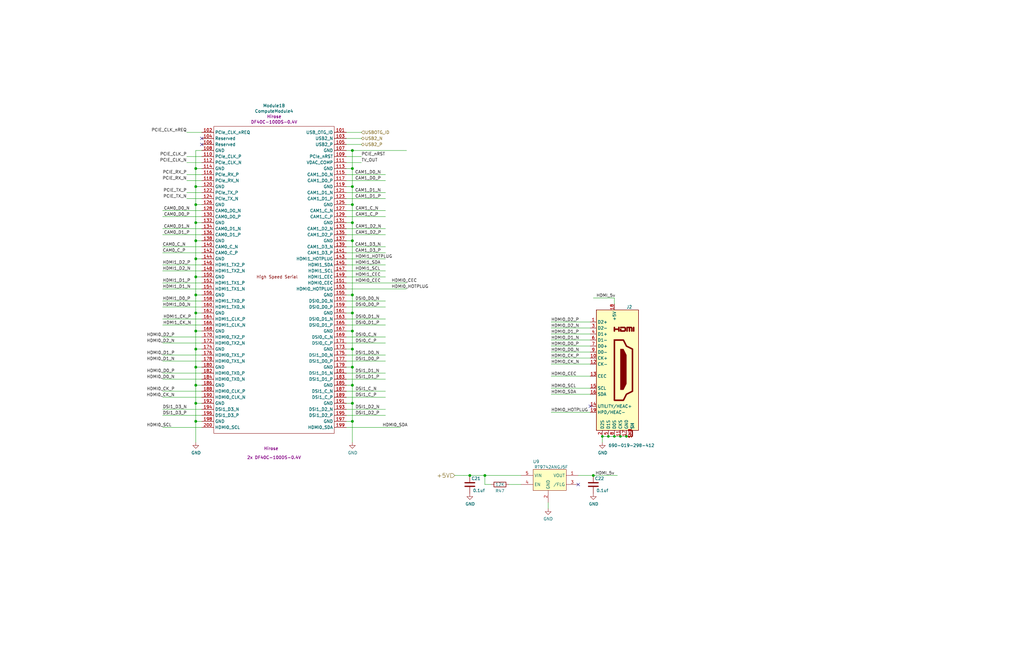
<source format=kicad_sch>
(kicad_sch (version 20211123) (generator eeschema)
  (paper "B")
  (title_block (title "ConnectBox CM4 for China Case") (date "2022-02-17") (rev "1.8.1") (comment 1 "JRA"))
  (lib_symbols
    (symbol "CM4IO:ComputeModule4-CM4"
      (property "Reference" "Module" (at 113.03 -68.58 0))
      (property "Value" "ComputeModule4-CM4" (at 140.97 2.54 0))
      (property "Field4" "Hirose" (at 0 0 0))
      (property "Field5" "2x DF40C-100DS-0.4V" (at 0 -2.54 0))
      (symbol "ComputeModule4-CM4_1_0"
        (text "GPIO" (at 0 6.35 0) (effects (font (size 1.27 1.27))))
      )
      (symbol "ComputeModule4-CM4_1_1"
        (rectangle (start -30.48 -71.12) (end 25.4 58.42))
        (text "600mA Max" (at -8.89 -53.34 0) (effects (font (size 1.27 1.27))))
        (text "600mA Max" (at -8.89 -48.26 0) (effects (font (size 1.27 1.27))))
        (text "NB SD signals are only available" (at -1.27 -27.94 0) (effects (font (size 1.27 1.27))))
        (text "on modules without eMMC" (at -1.27 -30.48 0) (effects (font (size 1.27 1.27))))
        (pin power_in line (at 27.94 55.88 180) (length 2.54) (name "GND") (number "1"))
        (pin passive line (at -33.02 45.72 0) (length 2.54) (name "Ethernet_Pair0_N") (number "10"))
        (pin output line (at -33.02 -68.58 0) (length 2.54) (name "nEXTRST") (number "100"))
        (pin passive line (at 27.94 43.18 180) (length 2.54) (name "Ethernet_Pair2_P") (number "11"))
        (pin passive line (at -33.02 43.18 0) (length 2.54) (name "Ethernet_Pair0_P") (number "12"))
        (pin power_in line (at 27.94 40.64 180) (length 2.54) (name "GND") (number "13"))
        (pin power_in line (at -33.02 40.64 0) (length 2.54) (name "GND") (number "14"))
        (pin output line (at 27.94 38.1 180) (length 2.54) (name "Ethernet_nLED3(3.3v)") (number "15"))
        (pin input line (at -33.02 38.1 0) (length 2.54) (name "Ethernet_SYNC_IN(1.8v)") (number "16"))
        (pin output line (at 27.94 35.56 180) (length 2.54) (name "Ethernet_nLED2(3.3v)") (number "17"))
        (pin input line (at -33.02 35.56 0) (length 2.54) (name "Ethernet_SYNC_OUT(1.8v)") (number "18"))
        (pin output line (at 27.94 33.02 180) (length 2.54) (name "Ethernet_nLED1(3.3v)") (number "19"))
        (pin power_in line (at -33.02 55.88 0) (length 2.54) (name "GND") (number "2"))
        (pin passive line (at -33.02 33.02 0) (length 2.54) (name "EEPROM_nWP") (number "20"))
        (pin open_collector line (at 27.94 30.48 180) (length 2.54) (name "PI_nLED_Activity") (number "21"))
        (pin power_in line (at -33.02 30.48 0) (length 2.54) (name "GND") (number "22"))
        (pin power_in line (at 27.94 27.94 180) (length 2.54) (name "GND") (number "23"))
        (pin passive line (at -33.02 27.94 0) (length 2.54) (name "GPIO26") (number "24"))
        (pin passive line (at 27.94 25.4 180) (length 2.54) (name "GPIO21") (number "25"))
        (pin passive line (at -33.02 25.4 0) (length 2.54) (name "GPIO19") (number "26"))
        (pin passive line (at 27.94 22.86 180) (length 2.54) (name "GPIO20") (number "27"))
        (pin passive line (at -33.02 22.86 0) (length 2.54) (name "GPIO13") (number "28"))
        (pin passive line (at 27.94 20.32 180) (length 2.54) (name "GPIO16") (number "29"))
        (pin passive line (at 27.94 53.34 180) (length 2.54) (name "Ethernet_Pair3_P") (number "3"))
        (pin passive line (at -33.02 20.32 0) (length 2.54) (name "GPIO6") (number "30"))
        (pin passive line (at 27.94 17.78 180) (length 2.54) (name "GPIO12") (number "31"))
        (pin power_in line (at -33.02 17.78 0) (length 2.54) (name "GND") (number "32"))
        (pin power_in line (at 27.94 15.24 180) (length 2.54) (name "GND") (number "33"))
        (pin passive line (at -33.02 15.24 0) (length 2.54) (name "GPIO5") (number "34"))
        (pin passive line (at 27.94 12.7 180) (length 2.54) (name "ID_SC") (number "35"))
        (pin passive line (at -33.02 12.7 0) (length 2.54) (name "ID_SD") (number "36"))
        (pin passive line (at 27.94 10.16 180) (length 2.54) (name "GPIO7") (number "37"))
        (pin passive line (at -33.02 10.16 0) (length 2.54) (name "GPIO11") (number "38"))
        (pin passive line (at 27.94 7.62 180) (length 2.54) (name "GPIO8") (number "39"))
        (pin passive line (at -33.02 53.34 0) (length 2.54) (name "Ethernet_Pair1_P") (number "4"))
        (pin passive line (at -33.02 7.62 0) (length 2.54) (name "GPIO9") (number "40"))
        (pin passive line (at 27.94 5.08 180) (length 2.54) (name "GPIO25") (number "41"))
        (pin power_in line (at -33.02 5.08 0) (length 2.54) (name "GND") (number "42"))
        (pin power_in line (at 27.94 2.54 180) (length 2.54) (name "GND") (number "43"))
        (pin passive line (at -33.02 2.54 0) (length 2.54) (name "GPIO10") (number "44"))
        (pin passive line (at 27.94 0 180) (length 2.54) (name "GPIO24") (number "45"))
        (pin passive line (at -33.02 0 0) (length 2.54) (name "GPIO22") (number "46"))
        (pin passive line (at 27.94 -2.54 180) (length 2.54) (name "GPIO23") (number "47"))
        (pin passive line (at -33.02 -2.54 0) (length 2.54) (name "GPIO27") (number "48"))
        (pin passive line (at 27.94 -5.08 180) (length 2.54) (name "GPIO18") (number "49"))
        (pin passive line (at 27.94 50.8 180) (length 2.54) (name "Ethernet_Pair3_N") (number "5"))
        (pin passive line (at -33.02 -5.08 0) (length 2.54) (name "GPIO17") (number "50"))
        (pin passive line (at 27.94 -7.62 180) (length 2.54) (name "GPIO15") (number "51"))
        (pin power_in line (at -33.02 -7.62 0) (length 2.54) (name "GND") (number "52"))
        (pin power_in line (at 27.94 -10.16 180) (length 2.54) (name "GND") (number "53"))
        (pin passive line (at -33.02 -10.16 0) (length 2.54) (name "GPIO4") (number "54"))
        (pin passive line (at 27.94 -12.7 180) (length 2.54) (name "GPIO14") (number "55"))
        (pin passive line (at -33.02 -12.7 0) (length 2.54) (name "GPIO3") (number "56"))
        (pin passive line (at 27.94 -15.24 180) (length 2.54) (name "SD_CLK") (number "57"))
        (pin passive line (at -33.02 -15.24 0) (length 2.54) (name "GPIO2") (number "58"))
        (pin power_in line (at 27.94 -17.78 180) (length 2.54) (name "GND") (number "59"))
        (pin passive line (at -33.02 50.8 0) (length 2.54) (name "Ethernet_Pair1_N") (number "6"))
        (pin power_in line (at -33.02 -17.78 0) (length 2.54) (name "GND") (number "60"))
        (pin passive line (at 27.94 -20.32 180) (length 2.54) (name "SD_DAT3") (number "61"))
        (pin passive line (at -33.02 -20.32 0) (length 2.54) (name "SD_CMD") (number "62"))
        (pin passive line (at 27.94 -22.86 180) (length 2.54) (name "SD_DAT0") (number "63"))
        (pin passive line (at -33.02 -22.86 0) (length 2.54) (name "SD_DAT5") (number "64"))
        (pin power_in line (at 27.94 -25.4 180) (length 2.54) (name "GND") (number "65"))
        (pin power_in line (at -33.02 -25.4 0) (length 2.54) (name "GND") (number "66"))
        (pin passive line (at 27.94 -27.94 180) (length 2.54) (name "SD_DAT1") (number "67"))
        (pin passive line (at -33.02 -27.94 0) (length 2.54) (name "SD_DAT4") (number "68"))
        (pin passive line (at 27.94 -30.48 180) (length 2.54) (name "SD_DAT2") (number "69"))
        (pin power_in line (at 27.94 48.26 180) (length 2.54) (name "GND") (number "7"))
        (pin passive line (at -33.02 -30.48 0) (length 2.54) (name "SD_DAT7") (number "70"))
        (pin power_in line (at 27.94 -33.02 180) (length 2.54) (name "GND") (number "71"))
        (pin passive line (at -33.02 -33.02 0) (length 2.54) (name "SD_DAT6") (number "72"))
        (pin input line (at 27.94 -35.56 180) (length 2.54) (name "SD_VDD_Override") (number "73"))
        (pin power_in line (at -33.02 -35.56 0) (length 2.54) (name "GND") (number "74"))
        (pin output line (at 27.94 -38.1 180) (length 2.54) (name "SD_PWR_ON") (number "75"))
        (pin passive line (at -33.02 -38.1 0) (length 2.54) (name "Reserved") (number "76"))
        (pin power_in line (at 27.94 -40.64 180) (length 2.54) (name "+5v_(Input)") (number "77"))
        (pin power_in line (at -33.02 -40.64 0) (length 2.54) (name "GPIO_VREF(1.8v/3.3v_Input)") (number "78"))
        (pin power_in line (at 27.94 -43.18 180) (length 2.54) (name "+5v_(Input)") (number "79"))
        (pin power_in line (at -33.02 48.26 0) (length 2.54) (name "GND") (number "8"))
        (pin passive line (at -33.02 -43.18 0) (length 2.54) (name "SCL0") (number "80"))
        (pin power_in line (at 27.94 -45.72 180) (length 2.54) (name "+5v_(Input)") (number "81"))
        (pin passive line (at -33.02 -45.72 0) (length 2.54) (name "SDA0") (number "82"))
        (pin power_in line (at 27.94 -48.26 180) (length 2.54) (name "+5v_(Input)") (number "83"))
        (pin power_out line (at -33.02 -48.26 0) (length 2.54) (name "+3.3v_(Output)") (number "84"))
        (pin power_in line (at 27.94 -50.8 180) (length 2.54) (name "+5v_(Input)") (number "85"))
        (pin power_out line (at -33.02 -50.8 0) (length 2.54) (name "+3.3v_(Output)") (number "86"))
        (pin power_in line (at 27.94 -53.34 180) (length 2.54) (name "+5v_(Input)") (number "87"))
        (pin power_out line (at -33.02 -53.34 0) (length 2.54) (name "+1.8v_(Output)") (number "88"))
        (pin power_in line (at 27.94 -55.88 180) (length 2.54) (name "WiFi_nDisable") (number "89"))
        (pin passive line (at 27.94 45.72 180) (length 2.54) (name "Ethernet_Pair2_N") (number "9"))
        (pin power_out line (at -33.02 -55.88 0) (length 2.54) (name "+1.8v_(Output)") (number "90"))
        (pin power_in line (at 27.94 -58.42 180) (length 2.54) (name "BT_nDisable") (number "91"))
        (pin passive line (at -33.02 -58.42 0) (length 2.54) (name "RUN_PG") (number "92"))
        (pin input line (at 27.94 -60.96 180) (length 2.54) (name "nRPIBOOT") (number "93"))
        (pin passive line (at -33.02 -60.96 0) (length 2.54) (name "AnalogIP1") (number "94"))
        (pin output line (at 27.94 -63.5 180) (length 2.54) (name "nPI_LED_PWR") (number "95"))
        (pin passive line (at -33.02 -63.5 0) (length 2.54) (name "AnalogIP0") (number "96"))
        (pin passive line (at 27.94 -66.04 180) (length 2.54) (name "Camera_GPIO") (number "97"))
        (pin power_in line (at -33.02 -66.04 0) (length 2.54) (name "GND") (number "98"))
        (pin input line (at 27.94 -68.58 180) (length 2.54) (name "Global_EN") (number "99"))
      )
      (symbol "ComputeModule4-CM4_2_1"
        (rectangle (start 114.3 -66.04) (end 165.1 63.5))
        (text "High Speed Serial" (at 140.97 0 0) (effects (font (size 1.27 1.27))))
        (pin input line (at 170.18 60.96 180) (length 5.08) (name "USB_OTG_ID") (number "101"))
        (pin input line (at 109.22 60.96 0) (length 5.08) (name "PCIe_CLK_nREQ") (number "102"))
        (pin passive line (at 170.18 58.42 180) (length 5.08) (name "USB2_N") (number "103"))
        (pin passive line (at 109.22 58.42 0) (length 5.08) (name "Reserved") (number "104"))
        (pin passive line (at 170.18 55.88 180) (length 5.08) (name "USB2_P") (number "105"))
        (pin passive line (at 109.22 55.88 0) (length 5.08) (name "Reserved") (number "106"))
        (pin power_in line (at 170.18 53.34 180) (length 5.08) (name "GND") (number "107"))
        (pin power_in line (at 109.22 53.34 0) (length 5.08) (name "GND") (number "108"))
        (pin bidirectional line (at 170.18 50.8 180) (length 5.08) (name "PCIe_nRST") (number "109"))
        (pin output line (at 109.22 50.8 0) (length 5.08) (name "PCIe_CLK_P") (number "110"))
        (pin passive line (at 170.18 48.26 180) (length 5.08) (name "VDAC_COMP") (number "111"))
        (pin output line (at 109.22 48.26 0) (length 5.08) (name "PCIe_CLK_N") (number "112"))
        (pin power_in line (at 170.18 45.72 180) (length 5.08) (name "GND") (number "113"))
        (pin power_in line (at 109.22 45.72 0) (length 5.08) (name "GND") (number "114"))
        (pin input line (at 170.18 43.18 180) (length 5.08) (name "CAM1_D0_N") (number "115"))
        (pin input line (at 109.22 43.18 0) (length 5.08) (name "PCIe_RX_P") (number "116"))
        (pin input line (at 170.18 40.64 180) (length 5.08) (name "CAM1_D0_P") (number "117"))
        (pin input line (at 109.22 40.64 0) (length 5.08) (name "PCIe_RX_N") (number "118"))
        (pin power_in line (at 170.18 38.1 180) (length 5.08) (name "GND") (number "119"))
        (pin power_in line (at 109.22 38.1 0) (length 5.08) (name "GND") (number "120"))
        (pin input line (at 170.18 35.56 180) (length 5.08) (name "CAM1_D1_N") (number "121"))
        (pin output line (at 109.22 35.56 0) (length 5.08) (name "PCIe_TX_P") (number "122"))
        (pin input line (at 170.18 33.02 180) (length 5.08) (name "CAM1_D1_P") (number "123"))
        (pin output line (at 109.22 33.02 0) (length 5.08) (name "PCIe_TX_N") (number "124"))
        (pin power_in line (at 170.18 30.48 180) (length 5.08) (name "GND") (number "125"))
        (pin power_in line (at 109.22 30.48 0) (length 5.08) (name "GND") (number "126"))
        (pin input line (at 170.18 27.94 180) (length 5.08) (name "CAM1_C_N") (number "127"))
        (pin input line (at 109.22 27.94 0) (length 5.08) (name "CAM0_D0_N") (number "128"))
        (pin input line (at 170.18 25.4 180) (length 5.08) (name "CAM1_C_P") (number "129"))
        (pin input line (at 109.22 25.4 0) (length 5.08) (name "CAM0_D0_P") (number "130"))
        (pin power_in line (at 170.18 22.86 180) (length 5.08) (name "GND") (number "131"))
        (pin power_in line (at 109.22 22.86 0) (length 5.08) (name "GND") (number "132"))
        (pin input line (at 170.18 20.32 180) (length 5.08) (name "CAM1_D2_N") (number "133"))
        (pin input line (at 109.22 20.32 0) (length 5.08) (name "CAM0_D1_N") (number "134"))
        (pin input line (at 170.18 17.78 180) (length 5.08) (name "CAM1_D2_P") (number "135"))
        (pin input line (at 109.22 17.78 0) (length 5.08) (name "CAM0_D1_P") (number "136"))
        (pin power_in line (at 170.18 15.24 180) (length 5.08) (name "GND") (number "137"))
        (pin power_in line (at 109.22 15.24 0) (length 5.08) (name "GND") (number "138"))
        (pin input line (at 170.18 12.7 180) (length 5.08) (name "CAM1_D3_N") (number "139"))
        (pin input line (at 109.22 12.7 0) (length 5.08) (name "CAM0_C_N") (number "140"))
        (pin input line (at 170.18 10.16 180) (length 5.08) (name "CAM1_D3_P") (number "141"))
        (pin input line (at 109.22 10.16 0) (length 5.08) (name "CAM0_C_P") (number "142"))
        (pin input line (at 170.18 7.62 180) (length 5.08) (name "HDMI1_HOTPLUG") (number "143"))
        (pin power_in line (at 109.22 7.62 0) (length 5.08) (name "GND") (number "144"))
        (pin bidirectional line (at 170.18 5.08 180) (length 5.08) (name "HDMI1_SDA") (number "145"))
        (pin output line (at 109.22 5.08 0) (length 5.08) (name "HDMI1_TX2_P") (number "146"))
        (pin open_collector line (at 170.18 2.54 180) (length 5.08) (name "HDMI1_SCL") (number "147"))
        (pin output line (at 109.22 2.54 0) (length 5.08) (name "HDMI1_TX2_N") (number "148"))
        (pin open_collector line (at 170.18 0 180) (length 5.08) (name "HDMI1_CEC") (number "149"))
        (pin power_in line (at 109.22 0 0) (length 5.08) (name "GND") (number "150"))
        (pin open_collector line (at 170.18 -2.54 180) (length 5.08) (name "HDMI0_CEC") (number "151"))
        (pin output line (at 109.22 -2.54 0) (length 5.08) (name "HDMI1_TX1_P") (number "152"))
        (pin input line (at 170.18 -5.08 180) (length 5.08) (name "HDMI0_HOTPLUG") (number "153"))
        (pin output line (at 109.22 -5.08 0) (length 5.08) (name "HDMI1_TX1_N") (number "154"))
        (pin power_in line (at 170.18 -7.62 180) (length 5.08) (name "GND") (number "155"))
        (pin power_in line (at 109.22 -7.62 0) (length 5.08) (name "GND") (number "156"))
        (pin output line (at 170.18 -10.16 180) (length 5.08) (name "DSI0_D0_N") (number "157"))
        (pin output line (at 109.22 -10.16 0) (length 5.08) (name "HDMI1_TX0_P") (number "158"))
        (pin output line (at 170.18 -12.7 180) (length 5.08) (name "DSI0_D0_P") (number "159"))
        (pin output line (at 109.22 -12.7 0) (length 5.08) (name "HDMI1_TX0_N") (number "160"))
        (pin power_in line (at 170.18 -15.24 180) (length 5.08) (name "GND") (number "161"))
        (pin power_in line (at 109.22 -15.24 0) (length 5.08) (name "GND") (number "162"))
        (pin output line (at 170.18 -17.78 180) (length 5.08) (name "DSI0_D1_N") (number "163"))
        (pin output line (at 109.22 -17.78 0) (length 5.08) (name "HDMI1_CLK_P") (number "164"))
        (pin output line (at 170.18 -20.32 180) (length 5.08) (name "DSI0_D1_P") (number "165"))
        (pin output line (at 109.22 -20.32 0) (length 5.08) (name "HDMI1_CLK_N") (number "166"))
        (pin power_in line (at 170.18 -22.86 180) (length 5.08) (name "GND") (number "167"))
        (pin power_in line (at 109.22 -22.86 0) (length 5.08) (name "GND") (number "168"))
        (pin output line (at 170.18 -25.4 180) (length 5.08) (name "DSI0_C_N") (number "169"))
        (pin output line (at 109.22 -25.4 0) (length 5.08) (name "HDMI0_TX2_P") (number "170"))
        (pin output line (at 170.18 -27.94 180) (length 5.08) (name "DSI0_C_P") (number "171"))
        (pin output line (at 109.22 -27.94 0) (length 5.08) (name "HDMI0_TX2_N") (number "172"))
        (pin power_in line (at 170.18 -30.48 180) (length 5.08) (name "GND") (number "173"))
        (pin power_in line (at 109.22 -30.48 0) (length 5.08) (name "GND") (number "174"))
        (pin output line (at 170.18 -33.02 180) (length 5.08) (name "DSI1_D0_N") (number "175"))
        (pin output line (at 109.22 -33.02 0) (length 5.08) (name "HDMI0_TX1_P") (number "176"))
        (pin output line (at 170.18 -35.56 180) (length 5.08) (name "DSI1_D0_P") (number "177"))
        (pin output line (at 109.22 -35.56 0) (length 5.08) (name "HDMI0_TX1_N") (number "178"))
        (pin power_in line (at 170.18 -38.1 180) (length 5.08) (name "GND") (number "179"))
        (pin power_in line (at 109.22 -38.1 0) (length 5.08) (name "GND") (number "180"))
        (pin output line (at 170.18 -40.64 180) (length 5.08) (name "DSI1_D1_N") (number "181"))
        (pin output line (at 109.22 -40.64 0) (length 5.08) (name "HDMI0_TX0_P") (number "182"))
        (pin output line (at 170.18 -43.18 180) (length 5.08) (name "DSI1_D1_P") (number "183"))
        (pin output line (at 109.22 -43.18 0) (length 5.08) (name "HDMI0_TX0_N") (number "184"))
        (pin power_in line (at 170.18 -45.72 180) (length 5.08) (name "GND") (number "185"))
        (pin power_in line (at 109.22 -45.72 0) (length 5.08) (name "GND") (number "186"))
        (pin output line (at 170.18 -48.26 180) (length 5.08) (name "DSI1_C_N") (number "187"))
        (pin output line (at 109.22 -48.26 0) (length 5.08) (name "HDMI0_CLK_P") (number "188"))
        (pin output line (at 170.18 -50.8 180) (length 5.08) (name "DSI1_C_P") (number "189"))
        (pin output line (at 109.22 -50.8 0) (length 5.08) (name "HDMI0_CLK_N") (number "190"))
        (pin power_in line (at 170.18 -53.34 180) (length 5.08) (name "GND") (number "191"))
        (pin power_in line (at 109.22 -53.34 0) (length 5.08) (name "GND") (number "192"))
        (pin output line (at 170.18 -55.88 180) (length 5.08) (name "DSI1_D2_N") (number "193"))
        (pin output line (at 109.22 -55.88 0) (length 5.08) (name "DSI1_D3_N") (number "194"))
        (pin output line (at 170.18 -58.42 180) (length 5.08) (name "DSI1_D2_P") (number "195"))
        (pin output line (at 109.22 -58.42 0) (length 5.08) (name "DSI1_D3_P") (number "196"))
        (pin power_in line (at 170.18 -60.96 180) (length 5.08) (name "GND") (number "197"))
        (pin power_in line (at 109.22 -60.96 0) (length 5.08) (name "GND") (number "198"))
        (pin bidirectional line (at 170.18 -63.5 180) (length 5.08) (name "HDMI0_SDA") (number "199"))
        (pin open_collector line (at 109.22 -63.5 0) (length 5.08) (name "HDMI0_SCL") (number "200"))
      )
    )
    (symbol "CM4IO:HDMI_A_1.4"
      (property "Reference" "J" (at -6.35 26.67 0))
      (property "Value" "HDMI_A_1.4" (at 10.16 26.67 0))
      (symbol "HDMI_A_1.4_0_0"
        (polyline (pts (xy 8.128 16.51) (xy 8.128 18.034)) (stroke (width 0.635)))
        (polyline (pts (xy 0 16.51) (xy 0 18.034) (xy 0 17.272) (xy 1.905 17.272) (xy 1.905 18.034) (xy 1.905 16.51)) (stroke (width 0.635)))
        (polyline (pts (xy 2.667 18.034) (xy 4.318 18.034) (xy 4.572 17.78) (xy 4.572 16.764) (xy 4.318 16.51) (xy 2.667 16.51) (xy 2.667 17.272)) (stroke (width 0.635)))
        (pin passive line (at 7.62 -27.94 90) (length 2.54) (name "SH") (number "SH2"))
        (pin passive line (at 7.62 -27.94 90) (length 2.54) (name "SH") (number "SH3"))
        (pin passive line (at 7.62 -27.94 90) (length 2.54) (name "SH") (number "SH4"))
      )
      (symbol "HDMI_A_1.4_0_1"
        (rectangle (start -7.62 25.4) (end 10.16 -25.4) (stroke (width 0.254)) (fill (type background)))
        (polyline (pts (xy 2.54 8.89) (xy 3.81 8.89) (xy 5.08 6.35) (xy 5.08 -5.715) (xy 3.81 -8.255) (xy 2.54 -8.255) (xy 2.54 8.89)) (fill (type outline)))
        (polyline (pts (xy 5.334 16.51) (xy 5.334 18.034) (xy 6.35 18.034) (xy 6.35 16.51) (xy 6.35 18.034) (xy 7.112 18.034) (xy 7.366 17.78) (xy 7.366 16.51)) (stroke (width 0.635)))
        (polyline (pts (xy 0 12.7) (xy 0 -12.7) (xy 3.81 -12.7) (xy 5.08 -10.16) (xy 7.62 -8.89) (xy 7.62 8.89) (xy 5.08 10.16) (xy 3.81 12.7) (xy 0 12.7)) (stroke (width 0.635)))
      )
      (symbol "HDMI_A_1.4_1_1"
        (pin passive line (at -10.16 20.32 0) (length 2.54) (name "D2+") (number "1"))
        (pin passive line (at -10.16 5.08 0) (length 2.54) (name "CK+") (number "10"))
        (pin power_in line (at 2.54 -27.94 90) (length 2.54) (name "CKS") (number "11"))
        (pin passive line (at -10.16 2.54 0) (length 2.54) (name "CK-") (number "12"))
        (pin bidirectional line (at -10.16 -2.54 0) (length 2.54) (name "CEC") (number "13"))
        (pin passive line (at -10.16 -15.24 0) (length 2.54) (name "UTILITY/HEAC+") (number "14"))
        (pin passive line (at -10.16 -7.62 0) (length 2.54) (name "SCL") (number "15"))
        (pin bidirectional line (at -10.16 -10.16 0) (length 2.54) (name "SDA") (number "16"))
        (pin power_in line (at 5.08 -27.94 90) (length 2.54) (name "GND") (number "17"))
        (pin power_in line (at 0 27.94 270) (length 2.54) (name "+5V") (number "18"))
        (pin passive line (at -10.16 -17.78 0) (length 2.54) (name "HPD/HEAC-") (number "19"))
        (pin power_in line (at -5.08 -27.94 90) (length 2.54) (name "D2S") (number "2"))
        (pin passive line (at -10.16 17.78 0) (length 2.54) (name "D2-") (number "3"))
        (pin passive line (at -10.16 15.24 0) (length 2.54) (name "D1+") (number "4"))
        (pin power_in line (at -2.54 -27.94 90) (length 2.54) (name "D1S") (number "5"))
        (pin passive line (at -10.16 12.7 0) (length 2.54) (name "D1-") (number "6"))
        (pin passive line (at -10.16 10.16 0) (length 2.54) (name "D0+") (number "7"))
        (pin power_in line (at 0 -27.94 90) (length 2.54) (name "D0S") (number "8"))
        (pin passive line (at -10.16 7.62 0) (length 2.54) (name "D0-") (number "9"))
        (pin passive line (at 7.62 -27.94 90) (length 2.54) (name "SH") (number "SH1"))
      )
    )
    (symbol "Custom_1:T9742ANGJ5F"
      (property "Reference" "U" (at -2.54 13.97 0))
      (property "Value" "T9742ANGJ5F" (at 2.54 11.43 0))
      (symbol "T9742ANGJ5F_0_1"
        (rectangle (start -7.62 8.89) (end 6.35 0) (stroke (width 0.1524)) (fill (type background)))
      )
      (symbol "T9742ANGJ5F_1_1"
        (pin power_out line (at 11.43 6.35 180) (length 5.08) (name "VOUT") (number "1"))
        (pin input line (at -1.27 -5.08 90) (length 5.08) (name "GND") (number "2"))
        (pin input line (at 11.43 2.54 180) (length 5.08) (name "/FLG") (number "3"))
        (pin input line (at -12.7 2.54 0) (length 5.08) (name "EN") (number "4"))
        (pin input line (at -12.7 6.35 0) (length 5.08) (name "VIN") (number "5"))
      )
    )
    (symbol "Device:C" (pin_numbers hide) (pin_names (offset 0.254))
      (property "Reference" "C" (at 0.635 2.54 0))
      (property "Value" "C" (at 0.635 -2.54 0))
      (symbol "C_0_1"
        (polyline (pts (xy -2.032 -0.762) (xy 2.032 -0.762)) (stroke (width 0.508)))
        (polyline (pts (xy -2.032 0.762) (xy 2.032 0.762)) (stroke (width 0.508)))
      )
      (symbol "C_1_1"
        (pin passive line (at 0 3.81 270) (length 2.794) (name "~") (number "1"))
        (pin passive line (at 0 -3.81 90) (length 2.794) (name "~") (number "2"))
      )
    )
    (symbol "Device:R" (pin_numbers hide) (pin_names (offset 0))
      (property "Reference" "R" (at 2.032 0 90))
      (property "Value" "R" (at 0 0 90))
      (symbol "R_0_1"
        (rectangle (start -1.016 -2.54) (end 1.016 2.54) (stroke (width 0.254)))
      )
      (symbol "R_1_1"
        (pin passive line (at 0 3.81 270) (length 1.27) (name "~") (number "1"))
        (pin passive line (at 0 -3.81 90) (length 1.27) (name "~") (number "2"))
      )
    )
    (symbol "power:GND" (power) (pin_names (offset 0))
      (property "Value" "GND" (at 0 -3.81 0))
      (symbol "GND_0_1"
        (polyline (pts (xy 0 0) (xy 0 -1.27) (xy 1.27 -1.27) (xy 0 -2.54) (xy -1.27 -1.27) (xy 0 -1.27)))
      )
      (symbol "GND_1_1"
        (pin power_in line (at 0 0 270) (length 0) hide (name "GND") (number "1"))
      )
    )
  )
  (junction (at 148.59 139.7) (diameter 1.016))
  (junction (at 254 184.15) (diameter 0.9144))
  (junction (at 148.59 162.56) (diameter 1.016))
  (junction (at 82.55 154.94) (diameter 1.016))
  (junction (at 148.59 86.36) (diameter 1.016))
  (junction (at 82.55 86.36) (diameter 1.016))
  (junction (at 264.16 184.15) (diameter 0.9144))
  (junction (at 82.55 139.7) (diameter 1.016))
  (junction (at 148.59 147.32) (diameter 1.016))
  (junction (at 82.55 78.74) (diameter 1.016))
  (junction (at 148.59 124.46) (diameter 1.016))
  (junction (at 148.59 78.74) (diameter 1.016))
  (junction (at 259.08 184.15) (diameter 0.9144))
  (junction (at 82.55 109.22) (diameter 1.016))
  (junction (at 82.55 124.46) (diameter 1.016))
  (junction (at 82.55 93.98) (diameter 1.016))
  (junction (at 148.59 63.5) (diameter 1.016))
  (junction (at 148.59 71.12) (diameter 1.016))
  (junction (at 148.59 101.6) (diameter 1.016))
  (junction (at 82.55 177.8) (diameter 1.016))
  (junction (at 148.59 170.18) (diameter 1.016))
  (junction (at 204.47 200.66) (diameter 1.016))
  (junction (at 82.55 132.08) (diameter 1.016))
  (junction (at 148.59 154.94) (diameter 1.016))
  (junction (at 198.12 200.66) (diameter 1.016))
  (junction (at 148.59 177.8) (diameter 1.016))
  (junction (at 82.55 147.32) (diameter 1.016))
  (junction (at 261.62 184.15) (diameter 0.9144))
  (junction (at 250.19 200.66) (diameter 1.016))
  (junction (at 82.55 116.84) (diameter 1.016))
  (junction (at 148.59 93.98) (diameter 1.016))
  (junction (at 148.59 132.08) (diameter 1.016))
  (junction (at 82.55 170.18) (diameter 1.016))
  (junction (at 82.55 162.56) (diameter 1.016))
  (junction (at 82.55 71.12) (diameter 1.016))
  (junction (at 82.55 101.6) (diameter 1.016))
  (junction (at 256.54 184.15) (diameter 0.9144))
  (no_connect (at 85.09 60.96))
  (no_connect (at 248.92 171.45))
  (no_connect (at 85.09 58.42))
  (no_connect (at 243.84 204.47))
  (wire (pts (xy 232.41 148.59) (xy 248.92 148.59)))
  (wire (pts (xy 68.58 127) (xy 85.09 127)))
  (wire (pts (xy 146.05 139.7) (xy 148.59 139.7)))
  (wire (pts (xy 68.58 160.02) (xy 85.09 160.02)))
  (wire (pts (xy 204.47 200.66) (xy 204.47 204.47)))
  (wire (pts (xy 207.01 204.47) (xy 204.47 204.47)))
  (wire (pts (xy 146.05 60.96) (xy 152.4 60.96)))
  (wire (pts (xy 82.55 132.08) (xy 85.09 132.08)))
  (wire (pts (xy 146.05 175.26) (xy 162.56 175.26)))
  (wire (pts (xy 232.41 166.37) (xy 248.92 166.37)))
  (wire (pts (xy 85.09 165.1) (xy 68.58 165.1)))
  (wire (pts (xy 148.59 101.6) (xy 148.59 93.98)))
  (wire (pts (xy 82.55 78.74) (xy 82.55 86.36)))
  (wire (pts (xy 232.41 140.97) (xy 248.92 140.97)))
  (wire (pts (xy 82.55 109.22) (xy 85.09 109.22)))
  (wire (pts (xy 82.55 63.5) (xy 82.55 71.12)))
  (wire (pts (xy 148.59 139.7) (xy 148.59 147.32)))
  (wire (pts (xy 148.59 154.94) (xy 148.59 162.56)))
  (wire (pts (xy 82.55 71.12) (xy 85.09 71.12)))
  (wire (pts (xy 78.74 81.28) (xy 85.09 81.28)))
  (wire (pts (xy 146.05 124.46) (xy 148.59 124.46)))
  (wire (pts (xy 148.59 170.18) (xy 148.59 177.8)))
  (wire (pts (xy 146.05 147.32) (xy 148.59 147.32)))
  (wire (pts (xy 68.58 180.34) (xy 85.09 180.34)))
  (wire (pts (xy 146.05 71.12) (xy 148.59 71.12)))
  (wire (pts (xy 85.09 152.4) (xy 68.58 152.4)))
  (wire (pts (xy 82.55 116.84) (xy 85.09 116.84)))
  (wire (pts (xy 232.41 151.13) (xy 248.92 151.13)))
  (wire (pts (xy 146.05 177.8) (xy 148.59 177.8)))
  (wire (pts (xy 146.05 154.94) (xy 148.59 154.94)))
  (wire (pts (xy 162.56 152.4) (xy 146.05 152.4)))
  (wire (pts (xy 146.05 167.64) (xy 162.56 167.64)))
  (wire (pts (xy 162.56 160.02) (xy 146.05 160.02)))
  (wire (pts (xy 146.05 162.56) (xy 148.59 162.56)))
  (wire (pts (xy 191.77 200.66) (xy 195.58 200.66)))
  (wire (pts (xy 146.05 88.9) (xy 162.56 88.9)))
  (wire (pts (xy 85.09 167.64) (xy 68.58 167.64)))
  (wire (pts (xy 148.59 177.8) (xy 148.59 186.69)))
  (wire (pts (xy 146.05 68.58) (xy 152.4 68.58)))
  (wire (pts (xy 146.05 101.6) (xy 148.59 101.6)))
  (wire (pts (xy 146.05 114.3) (xy 162.56 114.3)))
  (wire (pts (xy 82.55 147.32) (xy 85.09 147.32)))
  (wire (pts (xy 68.58 114.3) (xy 85.09 114.3)))
  (wire (pts (xy 148.59 162.56) (xy 148.59 170.18)))
  (wire (pts (xy 82.55 139.7) (xy 85.09 139.7)))
  (wire (pts (xy 82.55 101.6) (xy 85.09 101.6)))
  (wire (pts (xy 146.05 66.04) (xy 152.4 66.04)))
  (wire (pts (xy 85.09 177.8) (xy 82.55 177.8)))
  (wire (pts (xy 146.05 111.76) (xy 162.56 111.76)))
  (wire (pts (xy 82.55 109.22) (xy 82.55 116.84)))
  (wire (pts (xy 148.59 93.98) (xy 148.59 86.36)))
  (wire (pts (xy 68.58 119.38) (xy 85.09 119.38)))
  (wire (pts (xy 146.05 119.38) (xy 171.45 119.38)))
  (wire (pts (xy 148.59 101.6) (xy 148.59 124.46)))
  (wire (pts (xy 148.59 78.74) (xy 148.59 86.36)))
  (wire (pts (xy 254 184.15) (xy 254 186.69)))
  (wire (pts (xy 82.55 162.56) (xy 82.55 170.18)))
  (wire (pts (xy 232.41 143.51) (xy 248.92 143.51)))
  (wire (pts (xy 78.74 55.88) (xy 85.09 55.88)))
  (wire (pts (xy 148.59 78.74) (xy 148.59 71.12)))
  (wire (pts (xy 146.05 134.62) (xy 162.56 134.62)))
  (wire (pts (xy 146.05 142.24) (xy 162.56 142.24)))
  (wire (pts (xy 250.19 125.73) (xy 259.08 125.73)))
  (wire (pts (xy 146.05 170.18) (xy 148.59 170.18)))
  (wire (pts (xy 146.05 93.98) (xy 148.59 93.98)))
  (wire (pts (xy 232.41 158.75) (xy 248.92 158.75)))
  (wire (pts (xy 68.58 142.24) (xy 85.09 142.24)))
  (wire (pts (xy 232.41 135.89) (xy 248.92 135.89)))
  (wire (pts (xy 78.74 68.58) (xy 85.09 68.58)))
  (wire (pts (xy 146.05 58.42) (xy 152.4 58.42)))
  (wire (pts (xy 85.09 91.44) (xy 68.58 91.44)))
  (wire (pts (xy 82.55 132.08) (xy 82.55 139.7)))
  (wire (pts (xy 232.41 146.05) (xy 248.92 146.05)))
  (wire (pts (xy 85.09 63.5) (xy 82.55 63.5)))
  (wire (pts (xy 146.05 165.1) (xy 162.56 165.1)))
  (wire (pts (xy 68.58 175.26) (xy 85.09 175.26)))
  (wire (pts (xy 162.56 129.54) (xy 146.05 129.54)))
  (wire (pts (xy 259.08 125.73) (xy 259.08 128.27)))
  (wire (pts (xy 162.56 73.66) (xy 146.05 73.66)))
  (wire (pts (xy 82.55 86.36) (xy 85.09 86.36)))
  (wire (pts (xy 146.05 172.72) (xy 162.56 172.72)))
  (wire (pts (xy 82.55 116.84) (xy 82.55 124.46)))
  (wire (pts (xy 85.09 99.06) (xy 68.58 99.06)))
  (wire (pts (xy 82.55 147.32) (xy 82.55 154.94)))
  (wire (pts (xy 146.05 144.78) (xy 162.56 144.78)))
  (wire (pts (xy 85.09 149.86) (xy 68.58 149.86)))
  (wire (pts (xy 146.05 96.52) (xy 162.56 96.52)))
  (wire (pts (xy 146.05 86.36) (xy 148.59 86.36)))
  (wire (pts (xy 82.55 154.94) (xy 82.55 162.56)))
  (wire (pts (xy 82.55 170.18) (xy 82.55 177.8)))
  (wire (pts (xy 162.56 127) (xy 146.05 127)))
  (wire (pts (xy 146.05 180.34) (xy 168.91 180.34)))
  (wire (pts (xy 68.58 104.14) (xy 85.09 104.14)))
  (wire (pts (xy 146.05 132.08) (xy 148.59 132.08)))
  (wire (pts (xy 78.74 83.82) (xy 85.09 83.82)))
  (wire (pts (xy 82.55 86.36) (xy 82.55 93.98)))
  (wire (pts (xy 85.09 96.52) (xy 68.58 96.52)))
  (wire (pts (xy 148.59 147.32) (xy 148.59 154.94)))
  (wire (pts (xy 82.55 177.8) (xy 82.55 186.69)))
  (wire (pts (xy 82.55 124.46) (xy 82.55 132.08)))
  (wire (pts (xy 68.58 121.92) (xy 85.09 121.92)))
  (wire (pts (xy 68.58 157.48) (xy 85.09 157.48)))
  (wire (pts (xy 82.55 139.7) (xy 82.55 147.32)))
  (wire (pts (xy 148.59 132.08) (xy 148.59 139.7)))
  (wire (pts (xy 232.41 153.67) (xy 248.92 153.67)))
  (wire (pts (xy 85.09 134.62) (xy 68.58 134.62)))
  (wire (pts (xy 146.05 137.16) (xy 162.56 137.16)))
  (wire (pts (xy 68.58 129.54) (xy 85.09 129.54)))
  (wire (pts (xy 162.56 157.48) (xy 146.05 157.48)))
  (wire (pts (xy 68.58 172.72) (xy 85.09 172.72)))
  (wire (pts (xy 256.54 184.15) (xy 259.08 184.15)))
  (wire (pts (xy 68.58 106.68) (xy 85.09 106.68)))
  (wire (pts (xy 82.55 71.12) (xy 82.55 78.74)))
  (wire (pts (xy 148.59 63.5) (xy 171.45 63.5)))
  (wire (pts (xy 243.84 200.66) (xy 250.19 200.66)))
  (wire (pts (xy 250.19 200.66) (xy 260.35 200.66)))
  (wire (pts (xy 148.59 71.12) (xy 148.59 63.5)))
  (wire (pts (xy 162.56 83.82) (xy 146.05 83.82)))
  (wire (pts (xy 146.05 121.92) (xy 171.45 121.92)))
  (wire (pts (xy 162.56 76.2) (xy 146.05 76.2)))
  (wire (pts (xy 152.4 55.88) (xy 146.05 55.88)))
  (wire (pts (xy 232.41 163.83) (xy 248.92 163.83)))
  (wire (pts (xy 162.56 106.68) (xy 146.05 106.68)))
  (wire (pts (xy 85.09 88.9) (xy 68.58 88.9)))
  (wire (pts (xy 231.14 212.09) (xy 231.14 214.63)))
  (wire (pts (xy 85.09 76.2) (xy 78.74 76.2)))
  (wire (pts (xy 82.55 162.56) (xy 85.09 162.56)))
  (wire (pts (xy 232.41 173.99) (xy 248.92 173.99)))
  (wire (pts (xy 162.56 81.28) (xy 146.05 81.28)))
  (wire (pts (xy 162.56 104.14) (xy 146.05 104.14)))
  (wire (pts (xy 146.05 116.84) (xy 162.56 116.84)))
  (wire (pts (xy 259.08 184.15) (xy 261.62 184.15)))
  (wire (pts (xy 261.62 184.15) (xy 264.16 184.15)))
  (wire (pts (xy 264.16 184.15) (xy 266.7 184.15)))
  (wire (pts (xy 148.59 124.46) (xy 148.59 132.08)))
  (wire (pts (xy 195.58 200.66) (xy 198.12 200.66)) (stroke (width 0.1524)))
  (wire (pts (xy 198.12 200.66) (xy 204.47 200.66)) (stroke (width 0.1524)))
  (wire (pts (xy 204.47 200.66) (xy 219.71 200.66)) (stroke (width 0.1524)))
  (wire (pts (xy 78.74 66.04) (xy 85.09 66.04)))
  (wire (pts (xy 162.56 149.86) (xy 146.05 149.86)))
  (wire (pts (xy 68.58 111.76) (xy 85.09 111.76)))
  (wire (pts (xy 148.59 63.5) (xy 146.05 63.5)))
  (wire (pts (xy 68.58 144.78) (xy 85.09 144.78)))
  (wire (pts (xy 146.05 109.22) (xy 162.56 109.22)))
  (wire (pts (xy 85.09 170.18) (xy 82.55 170.18)))
  (wire (pts (xy 85.09 73.66) (xy 78.74 73.66)))
  (wire (pts (xy 146.05 91.44) (xy 162.56 91.44)))
  (wire (pts (xy 82.55 154.94) (xy 85.09 154.94)))
  (wire (pts (xy 254 184.15) (xy 256.54 184.15)))
  (wire (pts (xy 85.09 137.16) (xy 68.58 137.16)))
  (wire (pts (xy 214.63 204.47) (xy 219.71 204.47)))
  (wire (pts (xy 82.55 124.46) (xy 85.09 124.46)))
  (wire (pts (xy 146.05 99.06) (xy 162.56 99.06)))
  (wire (pts (xy 82.55 93.98) (xy 85.09 93.98)))
  (wire (pts (xy 82.55 93.98) (xy 82.55 101.6)))
  (wire (pts (xy 82.55 78.74) (xy 85.09 78.74)))
  (wire (pts (xy 146.05 78.74) (xy 148.59 78.74)))
  (wire (pts (xy 232.41 138.43) (xy 248.92 138.43)))
  (wire (pts (xy 82.55 101.6) (xy 82.55 109.22)))
  (label "HDMI0_D2_P" (at 232.41 135.89 0))
  (label "DSI1_D3_P" (at 68.58 175.26 0))
  (label "HDMI0_CK_N" (at 232.41 153.67 0))
  (label "PCIE_CLK_P" (at 78.74 66.04 180))
  (label "CAM1_D0_P" (at 160.655 76.2 180))
  (label "HDMI1_SDA" (at 149.86 111.76 0))
  (label "DSI1_D2_N" (at 149.86 172.72 0))
  (label "CAM1_C_P" (at 149.86 91.44 0))
  (label "DSI0_C_P" (at 149.86 144.78 0))
  (label "HDMI0_D1_P" (at 73.66 149.86 180))
  (label "CAM0_D0_N" (at 80.01 88.9 180))
  (label "CAM1_D1_P" (at 160.655 83.82 180))
  (label "CAM0_D1_P" (at 80.01 99.06 180))
  (label "CAM1_D1_N" (at 160.655 81.28 180))
  (label "HDMI0_SCL" (at 72.39 180.34 180))
  (label "TV_OUT" (at 152.4 68.58 0))
  (label "PCIE_nRST" (at 152.4 66.04 0))
  (label "DSI1_D3_N" (at 68.58 172.72 0))
  (label "HDMI1_D0_N" (at 68.58 129.54 0))
  (label "HDMI1_CK_N" (at 80.645 137.16 180))
  (label "HDMI0_D2_N" (at 73.66 144.78 180))
  (label "PCIE_RX_N" (at 78.74 76.2 180))
  (label "CAM1_C_N" (at 149.86 88.9 0))
  (label "HDMI0_D0_P" (at 73.66 157.48 180))
  (label "HDMI0_CEC" (at 165.1 119.38 0))
  (label "HDMI1_D2_P" (at 68.58 111.76 0))
  (label "HDMI0_HOTPLUG" (at 165.1 121.92 0))
  (label "HDMI0_D2_P" (at 73.66 142.24 180))
  (label "CAM0_D1_N" (at 80.01 96.52 180))
  (label "HDMI0_D0_P" (at 232.41 146.05 0))
  (label "HDMI1_D1_P" (at 68.58 119.38 0))
  (label "HDMI1_D1_N" (at 68.58 121.92 0))
  (label "DSI0_D0_N" (at 160.02 127 180))
  (label "HDMI0_CEC" (at 149.86 119.38 0))
  (label "DSI0_D1_P" (at 149.86 137.16 0))
  (label "HDMI0_D1_P" (at 232.41 140.97 0))
  (label "HDMI0_SDA" (at 161.29 180.34 0))
  (label "DSI1_D2_P" (at 149.86 175.26 0))
  (label "HDMI_5v" (at 259.08 200.66 180))
  (label "PCIE_CLK_N" (at 78.74 68.58 180))
  (label "DSI1_D0_N" (at 160.02 149.86 180))
  (label "HDMI1_SCL" (at 149.86 114.3 0))
  (label "CAM1_D3_N" (at 160.655 104.14 180))
  (label "HDMI0_SDA" (at 232.41 166.37 0))
  (label "DSI0_D1_N" (at 149.86 134.62 0))
  (label "HDMI0_D1_N" (at 232.41 143.51 0))
  (label "HDMI0_CK_N" (at 73.66 167.64 180))
  (label "HDMI0_CK_P" (at 73.66 165.1 180))
  (label "HDMI0_HOTPLUG" (at 232.41 173.99 0))
  (label "CAM0_C_P" (at 68.58 106.68 0))
  (label "HDMI1_CK_P" (at 80.645 134.62 180))
  (label "HDMI1_D0_P" (at 68.58 127 0))
  (label "HDMI1_HOTPLUG" (at 149.86 109.22 0))
  (label "PCIE_TX_P" (at 78.74 81.28 180))
  (label "HDMI0_D1_N" (at 73.66 152.4 180))
  (label "CAM1_D0_N" (at 160.655 73.66 180))
  (label "HDMI0_CK_P" (at 232.41 151.13 0))
  (label "HDMI0_CEC" (at 232.41 158.75 0))
  (label "HDMI_5v" (at 251.46 125.73 0))
  (label "DSI1_D1_P" (at 160.02 160.02 180))
  (label "HDMI1_D2_N" (at 68.58 114.3 0))
  (label "PCIE_RX_P" (at 78.74 73.66 180))
  (label "DSI0_D0_P" (at 160.02 129.54 180))
  (label "DSI1_C_P" (at 149.86 167.64 0))
  (label "CAM0_C_N" (at 68.58 104.14 0))
  (label "PCIE_CLK_nREQ" (at 78.74 55.88 180))
  (label "CAM1_D2_P" (at 149.86 99.06 0))
  (label "DSI1_C_N" (at 149.86 165.1 0))
  (label "HDMI0_D0_N" (at 232.41 148.59 0))
  (label "DSI1_D1_N" (at 160.02 157.48 180))
  (label "HDMI0_D2_N" (at 232.41 138.43 0))
  (label "DSI1_D0_P" (at 160.02 152.4 180))
  (label "CAM1_D2_N" (at 149.86 96.52 0))
  (label "CAM1_D3_P" (at 160.655 106.68 180))
  (label "PCIE_TX_N" (at 78.74 83.82 180))
  (label "HDMI0_SCL" (at 232.41 163.83 0))
  (label "DSI0_C_N" (at 149.86 142.24 0))
  (label "HDMI0_D0_N" (at 73.66 160.02 180))
  (label "HDMI1_CEC" (at 149.86 116.84 0))
  (label "CAM0_D0_P" (at 80.01 91.44 180))
  (hierarchical_label "+5V" (shape input) (at 191.77 200.66 180) (effects (font (size 1.778 1.778))))
  (hierarchical_label "USB2_P" (shape bidirectional) (at 152.4 60.96 0))
  (hierarchical_label "USB2_N" (shape bidirectional) (at 152.4 58.42 0))
  (hierarchical_label "USBOTG_ID" (shape input) (at 152.4 55.88 0))
  (symbol (lib_id "Device:R") (at 210.82 204.47 270) (unit 1)
    (property "Reference" "R47" (at 210.82 207.137 90))
    (property "Value" "12K" (at 210.82 204.47 90))
    (property "Footprint" "Resistor_SMD:R_0603_1608Metric" (effects hide))
    (property "Manufacturer" "Yageo" (effects hide))
    (property "Manufacturer P/N" "RC0603FR-12K2L" (effects hide))
    (property "Description" "RES SMD 12K OHM 1% 1/8W 0603" (effects hide))
    (property "DigiKey P/N" "311-12KHRCT-ND" (effects hide))
    (property "Type" "SMD" (effects hide))
  )
  (symbol (lib_id "power:GND") (at 254 186.69 0) (unit 1)
    (property "Reference" "#PWR017" (effects hide))
    (property "Value" "GND" (at 254.127 191.0842 0))
  )
  (symbol (lib_id "Device:C") (at 250.19 204.47 0) (unit 1)
    (property "Reference" "C22" (at 250.825 201.93 0) (effects (justify left)))
    (property "Value" "0.1uf" (at 251.46 207.01 0) (effects (justify left)))
    (property "Footprint" "Capacitor_SMD:C_0603_1608Metric" (effects hide))
    (property "Manufacturer" "KEMET" (effects hide))
    (property "Manufacturer P/N" "C0603C104K9PAC7867" (effects hide))
    (property "Description" "CAP CER 0.1UF 6.3V X5R 0603" (effects hide))
    (property "DigiKey P/N" "399-17575-1-ND" (effects hide))
    (property "Type" "SMD" (effects hide))
  )
  (symbol (lib_id "CM4IO:HDMI_A_1.4") (at 259.08 156.21 0) (unit 1)
    (property "Reference" "J2" (at 264.16 129.54 0) (effects (justify left)))
    (property "Value" "690-019-298-412" (at 256.54 187.96 0) (effects (justify left)))
    (property "Footprint" "CustomComponents:HDMI_CnC_SMT" (effects hide))
    (property "Manufacturer" "CNC Tech" (effects hide))
    (property "Manufacturer P/N" "2000-1-2-41-00-BK" (effects hide))
    (property "Description" "CONN RCPT HDMI 19POS SMD R/A" (effects hide))
    (property "DigiKey P/N" "1175-1703-ND" (effects hide))
    (property "Type" "Mixed" (effects hide))
  )
  (symbol (lib_id "power:GND") (at 82.55 186.69 0) (unit 1)
    (property "Reference" "#PWR012" (effects hide))
    (property "Value" "GND" (at 82.677 191.0842 0))
  )
  (symbol (lib_id "power:GND") (at 250.19 208.28 0) (unit 1)
    (property "Reference" "#PWR016" (effects hide))
    (property "Value" "GND" (at 250.317 212.6742 0))
  )
  (symbol (lib_id "Custom_1:T9742ANGJ5F") (at 232.41 207.01 0) (unit 1)
    (property "Reference" "U9" (at 226.06 194.8138 0))
    (property "Value" "RT9742ANGJ5F" (at 232.41 197.1125 0))
    (property "Footprint" "Package_TO_SOT_SMD:SOT-23-5" (effects hide))
    (property "Manufacturer" "Richteck" (effects hide))
    (property "Manufacturer P/N" "RT9742ANGJ5F" (effects hide))
    (property "Description" "Power Switch/Driver 1:1 N-Channel 1A TSOT-23-5" (effects hide))
    (property "DigiKey P/N" "1028-1427-1-ND" (effects hide))
  )
  (symbol (lib_id "power:GND") (at 231.14 214.63 0) (unit 1)
    (property "Reference" "#PWR015" (effects hide))
    (property "Value" "GND" (at 231.14 218.9544 0))
  )
  (symbol (lib_id "Device:C") (at 198.12 204.47 0) (unit 1)
    (property "Reference" "C21" (at 198.755 201.93 0) (effects (justify left)))
    (property "Value" "0.1uf" (at 199.39 207.01 0) (effects (justify left)))
    (property "Footprint" "Capacitor_SMD:C_0603_1608Metric" (effects hide))
    (property "Manufacturer" "KEMET" (effects hide))
    (property "Manufacturer P/N" "C0603C104K9PAC7867" (effects hide))
    (property "Description" "CAP CER 0.1UF 6.3V X5R 0603" (effects hide))
    (property "DigiKey P/N" "399-17575-1-ND" (effects hide))
    (property "Type" "SMD" (effects hide))
  )
  (symbol (lib_id "CM4IO:ComputeModule4-CM4") (at -24.13 116.84 0) (unit 2)
    (property "Reference" "Module1" (at 115.57 44.577 0))
    (property "Value" "ComputeModule4" (at 115.57 46.8884 0))
    (property "Footprint" "CustomComponents:CM4_Module_noHoles" (effects hide))
    (property "Manufacturer" "Hirose" (at 115.57 49.1744 0))
    (property "Manufacturer P/N" "DF40C-100DS-0.4V" (at 115.57 51.4858 0))
    (property "Description" "100 Position Connector Receptacle, Center Strip Contacts Surface Mount Gold" (effects hide))
    (property "DigiKey P/N" "H11615CT-ND" (effects hide))
    (property "Type" "SMD" (effects hide))
    (property "Field4" "Hirose" (at 114.3 189.23 0))
    (property "Field5" "2x DF40C-100DS-0.4V" (at 115.57 193.04 0))
  )
  (symbol (lib_id "power:GND") (at 198.12 208.28 0) (unit 1)
    (property "Reference" "#PWR014" (effects hide))
    (property "Value" "GND" (at 198.247 212.6742 0))
  )
  (symbol (lib_id "power:GND") (at 148.59 186.69 0) (unit 1)
    (property "Reference" "#PWR013" (effects hide))
    (property "Value" "GND" (at 148.717 191.0842 0))
  )
)
</source>
